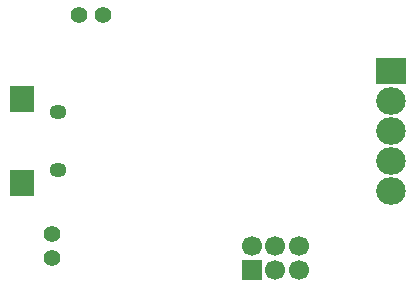
<source format=gbr>
G04 DipTrace 2.4.0.2*
%INBottomMask.gbr*%
%MOIN*%
%ADD35C,0.056*%
%ADD85R,0.0827X0.0866*%
%ADD87O,0.0571X0.0492*%
%ADD89O,0.0984X0.0906*%
%ADD91R,0.0984X0.0906*%
%ADD107C,0.0669*%
%ADD109R,0.0669X0.0669*%
%FSLAX44Y44*%
G04*
G70*
G90*
G75*
G01*
%LNBotMask*%
%LPD*%
D109*
X7963Y1006D3*
D107*
X8750D3*
X9537D3*
Y1794D3*
X8750D3*
X7963D3*
D35*
X1328Y2194D3*
Y1406D3*
X3014Y9522D3*
X2226D3*
D91*
X12610Y7640D3*
D89*
Y6640D3*
Y5640D3*
Y4640D3*
Y3640D3*
D87*
X1504Y6265D3*
X1505Y4355D3*
D85*
X323Y6698D3*
Y3922D3*
M02*

</source>
